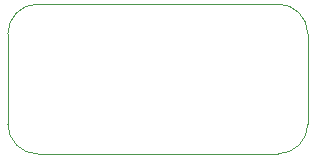
<source format=gbr>
%TF.GenerationSoftware,KiCad,Pcbnew,8.0.5*%
%TF.CreationDate,2024-10-31T22:44:31-05:00*%
%TF.ProjectId,Buck_Breakout,4275636b-5f42-4726-9561-6b6f75742e6b,rev?*%
%TF.SameCoordinates,Original*%
%TF.FileFunction,Profile,NP*%
%FSLAX46Y46*%
G04 Gerber Fmt 4.6, Leading zero omitted, Abs format (unit mm)*
G04 Created by KiCad (PCBNEW 8.0.5) date 2024-10-31 22:44:31*
%MOMM*%
%LPD*%
G01*
G04 APERTURE LIST*
%TA.AperFunction,Profile*%
%ADD10C,0.050000*%
%TD*%
G04 APERTURE END LIST*
D10*
X71120000Y-60960000D02*
X71120000Y-53340000D01*
X71120000Y-53340000D02*
G75*
G02*
X73660000Y-50800000I2540000J0D01*
G01*
X96520000Y-53340000D02*
X96520000Y-60960000D01*
X93980000Y-63500000D02*
X73660000Y-63500000D01*
X96520000Y-60960000D02*
G75*
G02*
X93980000Y-63500000I-2540000J0D01*
G01*
X93980000Y-50800000D02*
G75*
G02*
X96520000Y-53340000I0J-2540000D01*
G01*
X73660000Y-63500000D02*
G75*
G02*
X71120000Y-60960000I0J2540000D01*
G01*
X73660000Y-50800000D02*
X93980000Y-50800000D01*
M02*

</source>
